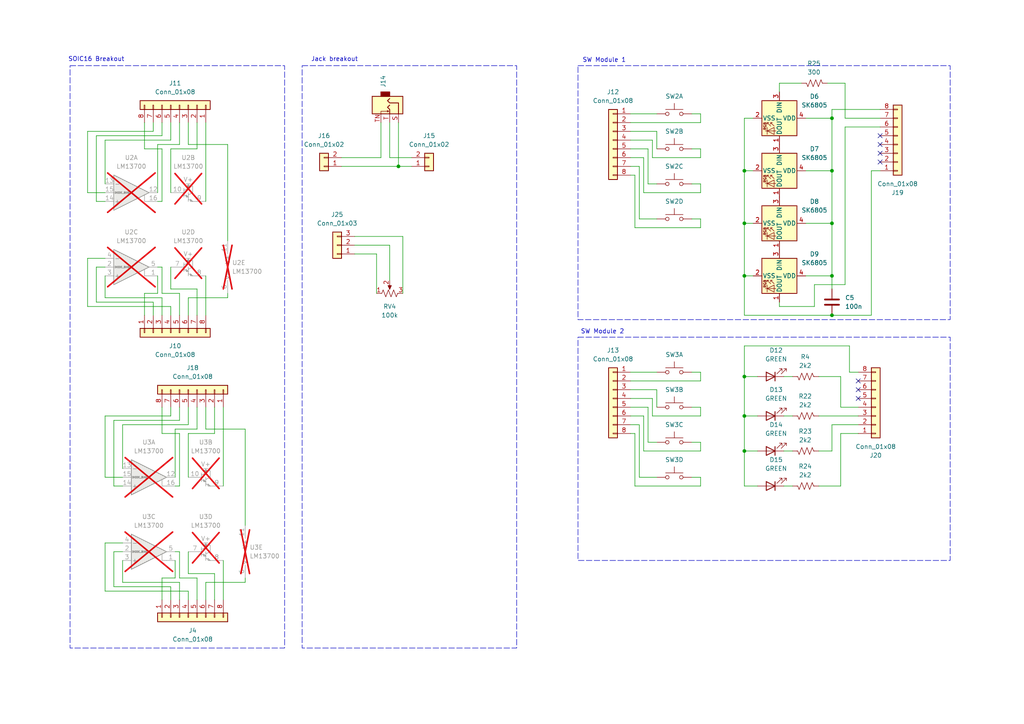
<source format=kicad_sch>
(kicad_sch (version 20231120) (generator "eeschema") (generator_version "8.0")
  (paper "A4")
  (title_block (title "Extra utility boards") (date "2024-08-24") (rev "v0.9") (company "idyllm") (comment 1 "CC BY-SA 4.0"))
  (lib_symbols
    (symbol "Adafruit_Trellis:SW_Push_x4" (pin_numbers hide) (pin_names (offset 1.016) hide)
      (property "Reference" "SW" (at 1.27 2.54 0))
      (symbol "SW_Push_x4_0_1"
        (circle (center -2.032 0) (radius 0.508))
        (polyline (pts (xy 0 1.27) (xy 0 3.048)))
        (polyline (pts (xy 2.54 1.27) (xy -2.54 1.27)))
        (circle (center 2.032 0) (radius 0.508))
      )
      (symbol "SW_Push_x4_1_1"
        (pin bidirectional line (at -5.08 0 0) (length 2.54) (name "1") (number "1"))
        (pin bidirectional line (at 5.08 0 180) (length 2.54) (name "2") (number "2"))
      )
      (symbol "SW_Push_x4_2_1"
        (pin bidirectional line (at -5.08 0 0) (length 2.54) (name "3") (number "3"))
        (pin bidirectional line (at 5.08 0 180) (length 2.54) (name "4") (number "4"))
      )
      (symbol "SW_Push_x4_3_1"
        (pin bidirectional line (at -5.08 0 0) (length 2.54) (name "5") (number "5"))
        (pin bidirectional line (at 5.08 0 180) (length 2.54) (name "6") (number "6"))
      )
      (symbol "SW_Push_x4_4_1"
        (pin bidirectional line (at -5.08 0 0) (length 2.54) (name "7") (number "7"))
        (pin bidirectional line (at 5.08 0 180) (length 2.54) (name "8") (number "8"))
      )
    )
    (symbol "Amplifier_Operational:LM13700" (pin_names (offset 0.127))
      (property "Reference" "U" (at 3.81 5.08 0))
      (property "Value" "LM13700" (at 5.08 -5.08 0))
      (symbol "LM13700_1_1"
        (polyline (pts (xy 3.81 -0.635) (xy 3.81 -2.54) (xy 5.08 -2.54)))
        (polyline (pts (xy 5.08 0) (xy -5.08 -5.08) (xy -5.08 5.08) (xy 5.08 0)) (stroke (width 0.254)) (fill (type background)))
        (pin output line (at 7.62 0 180) (length 2.54) (name "~") (number "12"))
        (pin input line (at -7.62 2.54 0) (length 2.54) (name "-") (number "13"))
        (pin input line (at -7.62 -2.54 0) (length 2.54) (name "+") (number "14"))
        (pin input line (at -7.62 0 0) (length 2.54) (name "DIODE_BIAS") (number "15"))
        (pin input line (at 7.62 -2.54 180) (length 2.54) (name "~") (number "16"))
      )
      (symbol "LM13700_2_0"
        (polyline (pts (xy -1.905 2.54) (xy -3.175 2.54)))
      )
      (symbol "LM13700_2_1"
        (circle (center -2.54 1.905) (radius 0.254) (stroke (width 0.254)) (fill (type outline)))
        (polyline (pts (xy -3.81 -0.635) (xy -2.54 -1.27)))
        (polyline (pts (xy -3.81 1.27) (xy -3.81 -1.27)))
        (polyline (pts (xy -2.54 -1.905) (xy -1.27 -2.54)))
        (polyline (pts (xy -2.54 0) (xy -2.54 -2.54)))
        (polyline (pts (xy -3.81 0.635) (xy -2.54 1.27) (xy -2.54 1.905) (xy -2.54 2.54)))
        (polyline (pts (xy -2.54 -1.27) (xy -3.175 -0.635) (xy -3.175 -1.27) (xy -2.54 -1.27)) (fill (type outline)))
        (polyline (pts (xy -2.54 -0.635) (xy -1.27 0) (xy -1.27 1.905) (xy -2.54 1.905)))
        (polyline (pts (xy -1.27 -2.54) (xy -1.905 -1.905) (xy -1.905 -2.54) (xy -1.27 -2.54)) (fill (type outline)))
        (text "V+" (at -2.54 3.81 0) (effects (font (size 1.27 1.27))))
        (pin input line (at -7.62 0 0) (length 3.81) (name "~") (number "10"))
        (pin output line (at 2.54 -2.54 180) (length 3.81) (name "~") (number "9"))
      )
      (symbol "LM13700_3_1"
        (polyline (pts (xy 3.81 -0.635) (xy 3.81 -2.54) (xy 5.08 -2.54)))
        (polyline (pts (xy 5.08 0) (xy -5.08 -5.08) (xy -5.08 5.08) (xy 5.08 0)) (stroke (width 0.254)) (fill (type background)))
        (pin input line (at 7.62 -2.54 180) (length 2.54) (name "~") (number "1"))
        (pin input line (at -7.62 0 0) (length 2.54) (name "DIODE_BIAS") (number "2"))
        (pin input line (at -7.62 -2.54 0) (length 2.54) (name "+") (number "3"))
        (pin input line (at -7.62 2.54 0) (length 2.54) (name "-") (number "4"))
        (pin output line (at 7.62 0 180) (length 2.54) (name "~") (number "5"))
      )
      (symbol "LM13700_4_0"
        (polyline (pts (xy -3.175 2.54) (xy -1.905 2.54)))
        (text "V+" (at -2.54 3.81 0) (effects (font (size 1.27 1.27))))
      )
      (symbol "LM13700_4_1"
        (circle (center -2.54 1.905) (radius 0.254) (stroke (width 0.254)) (fill (type outline)))
        (polyline (pts (xy -3.81 -0.635) (xy -2.54 -1.27)))
        (polyline (pts (xy -3.81 1.27) (xy -3.81 -1.27)))
        (polyline (pts (xy -2.54 -1.905) (xy -1.27 -2.54)))
        (polyline (pts (xy -2.54 0) (xy -2.54 -2.54)))
        (polyline (pts (xy -3.81 0.635) (xy -2.54 1.27) (xy -2.54 2.54)))
        (polyline (pts (xy -2.54 -1.27) (xy -3.175 -0.635) (xy -3.175 -1.27) (xy -2.54 -1.27)) (fill (type outline)))
        (polyline (pts (xy -2.54 -0.635) (xy -1.27 0) (xy -1.27 1.905) (xy -2.54 1.905)))
        (polyline (pts (xy -1.27 -2.54) (xy -1.905 -1.905) (xy -1.905 -2.54) (xy -1.27 -2.54)) (fill (type outline)))
        (pin input line (at -7.62 0 0) (length 3.81) (name "~") (number "7"))
        (pin output line (at 2.54 -2.54 180) (length 3.81) (name "~") (number "8"))
      )
      (symbol "LM13700_5_1"
        (pin power_in line (at -2.54 7.62 270) (length 3.81) (name "V+") (number "11"))
        (pin power_in line (at -2.54 -7.62 90) (length 3.81) (name "V-") (number "6"))
      )
    )
    (symbol "Connector_Audio:AudioJack2_SwitchT"
      (property "Reference" "J" (at 0 8.89 0))
      (property "Value" "AudioJack2_SwitchT" (at 0 6.35 0))
      (symbol "AudioJack2_SwitchT_0_1"
        (rectangle (start -2.54 0) (end -3.81 -2.54) (stroke (width 0.254)) (fill (type outline)))
        (polyline (pts (xy 1.778 -0.254) (xy 2.032 -0.762)))
        (polyline (pts (xy 0 0) (xy 0.635 -0.635) (xy 1.27 0) (xy 2.54 0)) (stroke (width 0.254)))
        (polyline (pts (xy 2.54 -2.54) (xy 1.778 -2.54) (xy 1.778 -0.254) (xy 1.524 -0.762)))
        (polyline (pts (xy 2.54 2.54) (xy -0.635 2.54) (xy -0.635 0) (xy -1.27 -0.635) (xy -1.905 0)) (stroke (width 0.254)))
        (rectangle (start 2.54 3.81) (end -2.54 -5.08) (stroke (width 0.254)) (fill (type background)))
      )
      (symbol "AudioJack2_SwitchT_1_1"
        (pin passive line (at 5.08 2.54 180) (length 2.54) (name "~") (number "S"))
        (pin passive line (at 5.08 0 180) (length 2.54) (name "~") (number "T"))
        (pin passive line (at 5.08 -2.54 180) (length 2.54) (name "~") (number "TN"))
      )
    )
    (symbol "Connector_Generic:Conn_01x02" (pin_names (offset 1.016) hide)
      (property "Reference" "J" (at 0 2.54 0))
      (property "Value" "Conn_01x02" (at 0 -5.08 0))
      (symbol "Conn_01x02_1_1"
        (rectangle (start -1.27 -2.413) (end 0 -2.667) (stroke (width 0.1524)))
        (rectangle (start -1.27 0.127) (end 0 -0.127) (stroke (width 0.1524)))
        (rectangle (start -1.27 1.27) (end 1.27 -3.81) (stroke (width 0.254)) (fill (type background)))
        (pin passive line (at -5.08 0 0) (length 3.81) (name "Pin_1") (number "1"))
        (pin passive line (at -5.08 -2.54 0) (length 3.81) (name "Pin_2") (number "2"))
      )
    )
    (symbol "Connector_Generic:Conn_01x03" (pin_names (offset 1.016) hide)
      (property "Reference" "J" (at 0 5.08 0))
      (property "Value" "Conn_01x03" (at 0 -5.08 0))
      (symbol "Conn_01x03_1_1"
        (rectangle (start -1.27 -2.413) (end 0 -2.667) (stroke (width 0.1524)))
        (rectangle (start -1.27 0.127) (end 0 -0.127) (stroke (width 0.1524)))
        (rectangle (start -1.27 2.667) (end 0 2.413) (stroke (width 0.1524)))
        (rectangle (start -1.27 3.81) (end 1.27 -3.81) (stroke (width 0.254)) (fill (type background)))
        (pin passive line (at -5.08 2.54 0) (length 3.81) (name "Pin_1") (number "1"))
        (pin passive line (at -5.08 0 0) (length 3.81) (name "Pin_2") (number "2"))
        (pin passive line (at -5.08 -2.54 0) (length 3.81) (name "Pin_3") (number "3"))
      )
    )
    (symbol "Connector_Generic:Conn_01x08" (pin_names (offset 1.016) hide)
      (property "Reference" "J" (at 0 10.16 0))
      (property "Value" "Conn_01x08" (at 0 -12.7 0))
      (symbol "Conn_01x08_1_1"
        (rectangle (start -1.27 -10.033) (end 0 -10.287) (stroke (width 0.1524)))
        (rectangle (start -1.27 -7.493) (end 0 -7.747) (stroke (width 0.1524)))
        (rectangle (start -1.27 -4.953) (end 0 -5.207) (stroke (width 0.1524)))
        (rectangle (start -1.27 -2.413) (end 0 -2.667) (stroke (width 0.1524)))
        (rectangle (start -1.27 0.127) (end 0 -0.127) (stroke (width 0.1524)))
        (rectangle (start -1.27 2.667) (end 0 2.413) (stroke (width 0.1524)))
        (rectangle (start -1.27 5.207) (end 0 4.953) (stroke (width 0.1524)))
        (rectangle (start -1.27 7.747) (end 0 7.493) (stroke (width 0.1524)))
        (rectangle (start -1.27 8.89) (end 1.27 -11.43) (stroke (width 0.254)) (fill (type background)))
        (pin passive line (at -5.08 7.62 0) (length 3.81) (name "Pin_1") (number "1"))
        (pin passive line (at -5.08 5.08 0) (length 3.81) (name "Pin_2") (number "2"))
        (pin passive line (at -5.08 2.54 0) (length 3.81) (name "Pin_3") (number "3"))
        (pin passive line (at -5.08 0 0) (length 3.81) (name "Pin_4") (number "4"))
        (pin passive line (at -5.08 -2.54 0) (length 3.81) (name "Pin_5") (number "5"))
        (pin passive line (at -5.08 -5.08 0) (length 3.81) (name "Pin_6") (number "6"))
        (pin passive line (at -5.08 -7.62 0) (length 3.81) (name "Pin_7") (number "7"))
        (pin passive line (at -5.08 -10.16 0) (length 3.81) (name "Pin_8") (number "8"))
      )
    )
    (symbol "Device:C" (pin_numbers hide) (pin_names (offset 0.254))
      (property "Reference" "C" (at 0.635 2.54 0))
      (property "Value" "C" (at 0.635 -2.54 0))
      (symbol "C_0_1"
        (polyline (pts (xy -2.032 -0.762) (xy 2.032 -0.762)) (stroke (width 0.508)))
        (polyline (pts (xy -2.032 0.762) (xy 2.032 0.762)) (stroke (width 0.508)))
      )
      (symbol "C_1_1"
        (pin passive line (at 0 3.81 270) (length 2.794) (name "~") (number "1"))
        (pin passive line (at 0 -3.81 90) (length 2.794) (name "~") (number "2"))
      )
    )
    (symbol "Device:LED" (pin_numbers hide) (pin_names (offset 1.016) hide)
      (property "Reference" "D" (at 0 2.54 0))
      (property "Value" "LED" (at 0 -2.54 0))
      (symbol "LED_0_1"
        (polyline (pts (xy -1.27 -1.27) (xy -1.27 1.27)) (stroke (width 0.254)))
        (polyline (pts (xy -1.27 0) (xy 1.27 0)))
        (polyline (pts (xy 1.27 -1.27) (xy 1.27 1.27) (xy -1.27 0) (xy 1.27 -1.27)) (stroke (width 0.254)))
        (polyline (pts (xy -3.048 -0.762) (xy -4.572 -2.286) (xy -3.81 -2.286) (xy -4.572 -2.286) (xy -4.572 -1.524)))
        (polyline (pts (xy -1.778 -0.762) (xy -3.302 -2.286) (xy -2.54 -2.286) (xy -3.302 -2.286) (xy -3.302 -1.524)))
      )
      (symbol "LED_1_1"
        (pin passive line (at -3.81 0 0) (length 2.54) (name "K") (number "1"))
        (pin passive line (at 3.81 0 180) (length 2.54) (name "A") (number "2"))
      )
    )
    (symbol "Device:R_Potentiometer_US" (pin_names (offset 1.016) hide)
      (property "Reference" "RV" (at -4.445 0 90))
      (property "Value" "R_Potentiometer_US" (at -2.54 0 90))
      (symbol "R_Potentiometer_US_0_1"
        (polyline (pts (xy 0 -2.286) (xy 0 -2.54)))
        (polyline (pts (xy 0 2.54) (xy 0 2.286)))
        (polyline (pts (xy 2.54 0) (xy 1.524 0)))
        (polyline (pts (xy 1.143 0) (xy 2.286 0.508) (xy 2.286 -0.508) (xy 1.143 0)) (fill (type outline)))
        (polyline (pts (xy 0 -0.762) (xy 1.016 -1.143) (xy 0 -1.524) (xy -1.016 -1.905) (xy 0 -2.286)))
        (polyline (pts (xy 0 0.762) (xy 1.016 0.381) (xy 0 0) (xy -1.016 -0.381) (xy 0 -0.762)))
        (polyline (pts (xy 0 2.286) (xy 1.016 1.905) (xy 0 1.524) (xy -1.016 1.143) (xy 0 0.762)))
      )
      (symbol "R_Potentiometer_US_1_1"
        (pin passive line (at 0 3.81 270) (length 1.27) (name "1") (number "1"))
        (pin passive line (at 3.81 0 180) (length 1.27) (name "2") (number "2"))
        (pin passive line (at 0 -3.81 90) (length 1.27) (name "3") (number "3"))
      )
    )
    (symbol "Device:R_US" (pin_numbers hide) (pin_names (offset 0))
      (property "Reference" "R" (at 2.54 0 90))
      (property "Value" "R_US" (at -2.54 0 90))
      (symbol "R_US_0_1"
        (polyline (pts (xy 0 -2.286) (xy 0 -2.54)))
        (polyline (pts (xy 0 2.286) (xy 0 2.54)))
        (polyline (pts (xy 0 -0.762) (xy 1.016 -1.143) (xy 0 -1.524) (xy -1.016 -1.905) (xy 0 -2.286)))
        (polyline (pts (xy 0 0.762) (xy 1.016 0.381) (xy 0 0) (xy -1.016 -0.381) (xy 0 -0.762)))
        (polyline (pts (xy 0 2.286) (xy 1.016 1.905) (xy 0 1.524) (xy -1.016 1.143) (xy 0 0.762)))
      )
      (symbol "R_US_1_1"
        (pin passive line (at 0 3.81 270) (length 1.27) (name "~") (number "1"))
        (pin passive line (at 0 -3.81 90) (length 1.27) (name "~") (number "2"))
      )
    )
    (symbol "LED:SK6805" (pin_names (offset 0.254))
      (property "Reference" "D" (at 5.08 5.715 0))
      (property "Value" "SK6805" (at 1.27 -5.715 0))
      (symbol "SK6805_0_0"
        (text "RGB" (at 2.286 -4.191 0) (effects (font (size 0.762 0.762))))
      )
      (symbol "SK6805_0_1"
        (polyline (pts (xy 1.27 -3.556) (xy 1.778 -3.556)))
        (polyline (pts (xy 1.27 -2.54) (xy 1.778 -2.54)))
        (polyline (pts (xy 4.699 -3.556) (xy 2.667 -3.556)))
        (polyline (pts (xy 2.286 -2.54) (xy 1.27 -3.556) (xy 1.27 -3.048)))
        (polyline (pts (xy 2.286 -1.524) (xy 1.27 -2.54) (xy 1.27 -2.032)))
        (polyline (pts (xy 3.683 -1.016) (xy 3.683 -3.556) (xy 3.683 -4.064)))
        (polyline (pts (xy 4.699 -1.524) (xy 2.667 -1.524) (xy 3.683 -3.556) (xy 4.699 -1.524)))
        (rectangle (start 5.08 5.08) (end -5.08 -5.08) (stroke (width 0.254)) (fill (type background)))
      )
      (symbol "SK6805_1_1"
        (pin output line (at 7.62 0 180) (length 2.54) (name "DOUT") (number "1"))
        (pin power_in line (at 0 -7.62 90) (length 2.54) (name "VSS") (number "2"))
        (pin input line (at -7.62 0 0) (length 2.54) (name "DIN") (number "3"))
        (pin power_in line (at 0 7.62 270) (length 2.54) (name "VDD") (number "4"))
      )
    )
  )
  (junction (at 241.3 34.29))
  (junction (at 241.3 80.01))
  (junction (at 241.3 49.53))
  (junction (at 115.57 48.26))
  (junction (at 215.9 130.81))
  (junction (at 215.9 80.01))
  (junction (at 215.9 120.65))
  (junction (at 215.9 49.53))
  (junction (at 215.9 64.77))
  (junction (at 241.3 91.44))
  (junction (at 241.3 64.77))
  (junction (at 215.9 109.22))
  (no_connect (at 248.92 113.03))
  (no_connect (at 255.27 39.37))
  (no_connect (at 255.27 46.99))
  (no_connect (at 248.92 110.49))
  (no_connect (at 248.92 115.57))
  (no_connect (at 255.27 44.45))
  (no_connect (at 255.27 41.91))
  (wire (pts (xy 215.9 34.29) (xy 215.9 49.53)))
  (wire (pts (xy 203.2 63.5) (xy 200.66 63.5)))
  (wire (pts (xy 49.53 43.18) (xy 49.53 55.88)))
  (wire (pts (xy 46.99 77.47) (xy 45.72 77.47)))
  (wire (pts (xy 41.91 91.44) (xy 41.91 85.09)))
  (wire (pts (xy 232.41 24.13) (xy 226.06 24.13)))
  (wire (pts (xy 236.22 88.9) (xy 236.22 82.55)))
  (wire (pts (xy 182.88 35.56) (xy 203.2 35.56)))
  (wire (pts (xy 186.69 130.81) (xy 203.2 130.81)))
  (wire (pts (xy 52.07 168.91) (xy 52.07 173.99)))
  (wire (pts (xy 59.69 124.46) (xy 59.69 118.11)))
  (wire (pts (xy 54.61 171.45) (xy 30.48 171.45)))
  (wire (pts (xy 184.15 140.97) (xy 203.2 140.97)))
  (wire (pts (xy 54.61 125.73) (xy 54.61 138.43)))
  (wire (pts (xy 46.99 58.42) (xy 46.99 43.18)))
  (wire (pts (xy 35.56 168.91) (xy 52.07 168.91)))
  (wire (pts (xy 30.48 80.01) (xy 30.48 86.36)))
  (wire (pts (xy 215.9 64.77) (xy 215.9 80.01)))
  (wire (pts (xy 113.03 45.72) (xy 119.38 45.72)))
  (wire (pts (xy 30.48 58.42) (xy 27.94 58.42)))
  (wire (pts (xy 54.61 166.37) (xy 54.61 160.02)))
  (wire (pts (xy 49.53 170.18) (xy 33.02 170.18)))
  (wire (pts (xy 245.11 82.55) (xy 245.11 36.83)))
  (wire (pts (xy 41.91 85.09) (xy 45.72 85.09)))
  (wire (pts (xy 57.15 118.11) (xy 57.15 124.46)))
  (wire (pts (xy 185.42 123.19) (xy 185.42 138.43)))
  (wire (pts (xy 203.2 118.11) (xy 200.66 118.11)))
  (wire (pts (xy 30.48 138.43) (xy 35.56 138.43)))
  (wire (pts (xy 54.61 41.91) (xy 54.61 35.56)))
  (wire (pts (xy 27.94 58.42) (xy 27.94 39.37)))
  (wire (pts (xy 182.88 45.72) (xy 186.69 45.72)))
  (wire (pts (xy 49.53 120.65) (xy 30.48 120.65)))
  (wire (pts (xy 57.15 35.56) (xy 57.15 43.18)))
  (wire (pts (xy 233.68 49.53) (xy 241.3 49.53)))
  (wire (pts (xy 46.99 125.73) (xy 46.99 118.11)))
  (wire (pts (xy 203.2 43.18) (xy 200.66 43.18)))
  (wire (pts (xy 241.3 64.77) (xy 241.3 80.01)))
  (wire (pts (xy 215.9 120.65) (xy 215.9 109.22)))
  (wire (pts (xy 44.45 87.63) (xy 27.94 87.63)))
  (wire (pts (xy 182.88 123.19) (xy 185.42 123.19)))
  (wire (pts (xy 50.8 124.46) (xy 50.8 138.43)))
  (wire (pts (xy 46.99 43.18) (xy 41.91 43.18)))
  (wire (pts (xy 184.15 125.73) (xy 184.15 140.97)))
  (wire (pts (xy 182.88 40.64) (xy 189.23 40.64)))
  (wire (pts (xy 52.07 125.73) (xy 46.99 125.73)))
  (wire (pts (xy 243.84 118.11) (xy 248.92 118.11)))
  (wire (pts (xy 54.61 123.19) (xy 35.56 123.19)))
  (wire (pts (xy 62.23 118.11) (xy 62.23 125.73)))
  (wire (pts (xy 189.23 40.64) (xy 189.23 45.72)))
  (wire (pts (xy 54.61 86.36) (xy 66.04 86.36)))
  (wire (pts (xy 218.44 34.29) (xy 215.9 34.29)))
  (wire (pts (xy 203.2 138.43) (xy 200.66 138.43)))
  (wire (pts (xy 45.72 58.42) (xy 46.99 58.42)))
  (wire (pts (xy 246.38 100.33) (xy 215.9 100.33)))
  (wire (pts (xy 203.2 107.95) (xy 200.66 107.95)))
  (wire (pts (xy 182.88 125.73) (xy 184.15 125.73)))
  (wire (pts (xy 203.2 128.27) (xy 200.66 128.27)))
  (wire (pts (xy 215.9 130.81) (xy 215.9 120.65)))
  (wire (pts (xy 215.9 100.33) (xy 215.9 109.22)))
  (wire (pts (xy 233.68 64.77) (xy 241.3 64.77)))
  (wire (pts (xy 243.84 109.22) (xy 243.84 118.11)))
  (wire (pts (xy 33.02 121.92) (xy 52.07 121.92)))
  (wire (pts (xy 52.07 160.02) (xy 50.8 160.02)))
  (wire (pts (xy 46.99 167.64) (xy 50.8 167.64)))
  (wire (pts (xy 71.12 152.4) (xy 71.12 124.46)))
  (wire (pts (xy 35.56 140.97) (xy 33.02 140.97)))
  (wire (pts (xy 186.69 55.88) (xy 203.2 55.88)))
  (wire (pts (xy 46.99 85.09) (xy 46.99 77.47)))
  (wire (pts (xy 49.53 35.56) (xy 49.53 40.64)))
  (wire (pts (xy 189.23 115.57) (xy 189.23 120.65)))
  (wire (pts (xy 57.15 173.99) (xy 57.15 167.64)))
  (wire (pts (xy 241.3 80.01) (xy 241.3 83.82)))
  (wire (pts (xy 54.61 118.11) (xy 54.61 123.19)))
  (wire (pts (xy 35.56 162.56) (xy 35.56 168.91)))
  (wire (pts (xy 203.2 120.65) (xy 203.2 118.11)))
  (wire (pts (xy 25.4 55.88) (xy 30.48 55.88)))
  (wire (pts (xy 226.06 88.9) (xy 236.22 88.9)))
  (wire (pts (xy 241.3 130.81) (xy 237.49 130.81)))
  (wire (pts (xy 30.48 171.45) (xy 30.48 157.48)))
  (wire (pts (xy 49.53 173.99) (xy 49.53 170.18)))
  (wire (pts (xy 203.2 110.49) (xy 203.2 107.95)))
  (wire (pts (xy 64.77 118.11) (xy 64.77 140.97)))
  (wire (pts (xy 185.42 63.5) (xy 190.5 63.5)))
  (wire (pts (xy 59.69 80.01) (xy 59.69 91.44)))
  (wire (pts (xy 35.56 123.19) (xy 35.56 135.89)))
  (wire (pts (xy 203.2 55.88) (xy 203.2 53.34)))
  (wire (pts (xy 33.02 160.02) (xy 35.56 160.02)))
  (wire (pts (xy 215.9 91.44) (xy 215.9 80.01)))
  (wire (pts (xy 66.04 41.91) (xy 54.61 41.91)))
  (wire (pts (xy 52.07 121.92) (xy 52.07 118.11)))
  (wire (pts (xy 44.45 35.56) (xy 44.45 38.1)))
  (wire (pts (xy 184.15 50.8) (xy 184.15 66.04)))
  (wire (pts (xy 229.87 109.22) (xy 227.33 109.22)))
  (wire (pts (xy 248.92 107.95) (xy 246.38 107.95)))
  (wire (pts (xy 52.07 167.64) (xy 52.07 160.02)))
  (wire (pts (xy 203.2 130.81) (xy 203.2 128.27)))
  (wire (pts (xy 27.94 87.63) (xy 27.94 77.47)))
  (wire (pts (xy 54.61 91.44) (xy 54.61 86.36)))
  (wire (pts (xy 215.9 109.22) (xy 219.71 109.22)))
  (wire (pts (xy 44.45 91.44) (xy 44.45 87.63)))
  (wire (pts (xy 255.27 31.75) (xy 241.3 31.75)))
  (wire (pts (xy 248.92 123.19) (xy 241.3 123.19)))
  (wire (pts (xy 215.9 80.01) (xy 218.44 80.01)))
  (wire (pts (xy 49.53 118.11) (xy 49.53 120.65)))
  (wire (pts (xy 203.2 45.72) (xy 203.2 43.18)))
  (wire (pts (xy 241.3 123.19) (xy 241.3 130.81)))
  (wire (pts (xy 25.4 88.9) (xy 25.4 74.93)))
  (wire (pts (xy 203.2 53.34) (xy 200.66 53.34)))
  (wire (pts (xy 49.53 83.82) (xy 49.53 77.47)))
  (wire (pts (xy 71.12 168.91) (xy 71.12 167.64)))
  (wire (pts (xy 30.48 40.64) (xy 30.48 53.34)))
  (wire (pts (xy 229.87 130.81) (xy 227.33 130.81)))
  (wire (pts (xy 215.9 64.77) (xy 218.44 64.77)))
  (wire (pts (xy 115.57 35.56) (xy 115.57 48.26)))
  (wire (pts (xy 46.99 39.37) (xy 46.99 35.56)))
  (wire (pts (xy 110.49 45.72) (xy 99.06 45.72)))
  (wire (pts (xy 187.96 43.18) (xy 187.96 53.34)))
  (wire (pts (xy 49.53 91.44) (xy 49.53 88.9)))
  (wire (pts (xy 241.3 49.53) (xy 241.3 64.77)))
  (wire (pts (xy 110.49 35.56) (xy 110.49 45.72)))
  (wire (pts (xy 59.69 35.56) (xy 59.69 58.42)))
  (wire (pts (xy 252.73 91.44) (xy 241.3 91.44)))
  (wire (pts (xy 62.23 173.99) (xy 62.23 166.37)))
  (wire (pts (xy 102.87 68.58) (xy 116.84 68.58)))
  (wire (pts (xy 185.42 48.26) (xy 185.42 63.5)))
  (wire (pts (xy 182.88 50.8) (xy 184.15 50.8)))
  (wire (pts (xy 255.27 34.29) (xy 245.11 34.29)))
  (wire (pts (xy 243.84 140.97) (xy 243.84 125.73)))
  (wire (pts (xy 52.07 85.09) (xy 46.99 85.09)))
  (wire (pts (xy 27.94 39.37) (xy 46.99 39.37)))
  (wire (pts (xy 52.07 41.91) (xy 45.72 41.91)))
  (wire (pts (xy 182.88 33.02) (xy 190.5 33.02)))
  (wire (pts (xy 62.23 166.37) (xy 54.61 166.37)))
  (wire (pts (xy 50.8 140.97) (xy 52.07 140.97)))
  (wire (pts (xy 46.99 173.99) (xy 46.99 167.64)))
  (wire (pts (xy 252.73 49.53) (xy 252.73 91.44)))
  (wire (pts (xy 182.88 113.03) (xy 190.5 113.03)))
  (wire (pts (xy 215.9 120.65) (xy 219.71 120.65)))
  (wire (pts (xy 190.5 113.03) (xy 190.5 118.11)))
  (wire (pts (xy 241.3 31.75) (xy 241.3 34.29)))
  (wire (pts (xy 229.87 140.97) (xy 227.33 140.97)))
  (wire (pts (xy 33.02 170.18) (xy 33.02 160.02)))
  (wire (pts (xy 246.38 107.95) (xy 246.38 100.33)))
  (wire (pts (xy 66.04 86.36) (xy 66.04 85.09)))
  (wire (pts (xy 187.96 118.11) (xy 187.96 128.27)))
  (wire (pts (xy 186.69 45.72) (xy 186.69 55.88)))
  (wire (pts (xy 50.8 167.64) (xy 50.8 162.56)))
  (wire (pts (xy 71.12 124.46) (xy 59.69 124.46)))
  (wire (pts (xy 33.02 140.97) (xy 33.02 121.92)))
  (wire (pts (xy 237.49 120.65) (xy 248.92 120.65)))
  (wire (pts (xy 236.22 82.55) (xy 245.11 82.55)))
  (wire (pts (xy 185.42 138.43) (xy 190.5 138.43)))
  (wire (pts (xy 115.57 48.26) (xy 119.38 48.26)))
  (wire (pts (xy 113.03 71.12) (xy 102.87 71.12)))
  (wire (pts (xy 52.07 91.44) (xy 52.07 85.09)))
  (wire (pts (xy 59.69 173.99) (xy 59.69 168.91)))
  (wire (pts (xy 57.15 43.18) (xy 49.53 43.18)))
  (wire (pts (xy 241.3 34.29) (xy 241.3 49.53)))
  (wire (pts (xy 229.87 120.65) (xy 227.33 120.65)))
  (wire (pts (xy 66.04 69.85) (xy 66.04 41.91)))
  (wire (pts (xy 116.84 85.09) (xy 116.84 68.58)))
  (wire (pts (xy 184.15 66.04) (xy 203.2 66.04)))
  (wire (pts (xy 190.5 38.1) (xy 190.5 43.18)))
  (wire (pts (xy 30.48 120.65) (xy 30.48 138.43)))
  (wire (pts (xy 25.4 74.93) (xy 30.48 74.93)))
  (wire (pts (xy 241.3 34.29) (xy 233.68 34.29)))
  (wire (pts (xy 237.49 109.22) (xy 243.84 109.22)))
  (wire (pts (xy 41.91 43.18) (xy 41.91 35.56)))
  (wire (pts (xy 182.88 110.49) (xy 203.2 110.49)))
  (wire (pts (xy 30.48 157.48) (xy 35.56 157.48)))
  (wire (pts (xy 226.06 87.63) (xy 226.06 88.9)))
  (wire (pts (xy 54.61 173.99) (xy 54.61 171.45)))
  (wire (pts (xy 243.84 125.73) (xy 248.92 125.73)))
  (wire (pts (xy 182.88 48.26) (xy 185.42 48.26)))
  (wire (pts (xy 182.88 118.11) (xy 187.96 118.11)))
  (wire (pts (xy 57.15 83.82) (xy 49.53 83.82)))
  (wire (pts (xy 57.15 124.46) (xy 50.8 124.46)))
  (wire (pts (xy 109.22 73.66) (xy 102.87 73.66)))
  (wire (pts (xy 186.69 120.65) (xy 186.69 130.81)))
  (wire (pts (xy 44.45 38.1) (xy 25.4 38.1)))
  (wire (pts (xy 27.94 77.47) (xy 30.48 77.47)))
  (wire (pts (xy 215.9 130.81) (xy 219.71 130.81)))
  (wire (pts (xy 182.88 115.57) (xy 189.23 115.57)))
  (wire (pts (xy 62.23 125.73) (xy 54.61 125.73)))
  (wire (pts (xy 45.72 41.91) (xy 45.72 55.88)))
  (wire (pts (xy 57.15 91.44) (xy 57.15 83.82)))
  (wire (pts (xy 49.53 40.64) (xy 30.48 40.64)))
  (wire (pts (xy 182.88 107.95) (xy 190.5 107.95)))
  (wire (pts (xy 30.48 86.36) (xy 46.99 86.36)))
  (wire (pts (xy 245.11 24.13) (xy 240.03 24.13)))
  (wire (pts (xy 182.88 38.1) (xy 190.5 38.1)))
  (wire (pts (xy 189.23 45.72) (xy 203.2 45.72)))
  (wire (pts (xy 215.9 49.53) (xy 215.9 64.77)))
  (wire (pts (xy 241.3 91.44) (xy 215.9 91.44)))
  (wire (pts (xy 113.03 71.12) (xy 113.03 81.28)))
  (wire (pts (xy 203.2 66.04) (xy 203.2 63.5)))
  (wire (pts (xy 203.2 35.56) (xy 203.2 33.02)))
  (wire (pts (xy 233.68 80.01) (xy 241.3 80.01)))
  (wire (pts (xy 46.99 86.36) (xy 46.99 91.44)))
  (wire (pts (xy 64.77 162.56) (xy 64.77 173.99)))
  (wire (pts (xy 203.2 140.97) (xy 203.2 138.43)))
  (wire (pts (xy 203.2 33.02) (xy 200.66 33.02)))
  (wire (pts (xy 59.69 168.91) (xy 71.12 168.91)))
  (wire (pts (xy 109.22 73.66) (xy 109.22 85.09)))
  (wire (pts (xy 219.71 140.97) (xy 215.9 140.97)))
  (wire (pts (xy 215.9 49.53) (xy 218.44 49.53)))
  (wire (pts (xy 52.07 140.97) (xy 52.07 125.73)))
  (wire (pts (xy 52.07 35.56) (xy 52.07 41.91)))
  (wire (pts (xy 187.96 53.34) (xy 190.5 53.34)))
  (wire (pts (xy 226.06 24.13) (xy 226.06 26.67)))
  (wire (pts (xy 25.4 38.1) (xy 25.4 55.88)))
  (wire (pts (xy 99.06 48.26) (xy 115.57 48.26)))
  (wire (pts (xy 57.15 167.64) (xy 52.07 167.64)))
  (wire (pts (xy 245.11 34.29) (xy 245.11 24.13)))
  (wire (pts (xy 182.88 120.65) (xy 186.69 120.65)))
  (wire (pts (xy 245.11 36.83) (xy 255.27 36.83)))
  (wire (pts (xy 49.53 88.9) (xy 25.4 88.9)))
  (wire (pts (xy 45.72 85.09) (xy 45.72 80.01)))
  (wire (pts (xy 237.49 140.97) (xy 243.84 140.97)))
  (wire (pts (xy 215.9 140.97) (xy 215.9 130.81)))
  (wire (pts (xy 189.23 120.65) (xy 203.2 120.65)))
  (wire (pts (xy 182.88 43.18) (xy 187.96 43.18)))
  (wire (pts (xy 187.96 128.27) (xy 190.5 128.27)))
  (wire (pts (xy 113.03 35.56) (xy 113.03 45.72)))
  (wire (pts (xy 255.27 49.53) (xy 252.73 49.53)))
  (rectangle (start 167.64 19.05) (end 275.59 92.71) (stroke (width 0) (type dash)))
  (rectangle (start 87.63 19.05) (end 149.86 187.96) (stroke (width 0) (type dash)))
  (rectangle (start 167.64 97.79) (end 275.59 162.56) (stroke (width 0) (type dash)))
  (rectangle (start 20.32 19.05) (end 82.55 187.96) (stroke (width 0) (type dash)))
  (text "Jack breakout" (at 97.028 17.272 0) (effects (font (size 1.27 1.27))))
  (text "SW Module 1" (at 175.26 17.526 0) (effects (font (size 1.27 1.27))))
  (text "SW Module 2" (at 174.752 96.266 0) (effects (font (size 1.27 1.27))))
  (text "SOIC16 Breakout" (at 27.94 17.272 0) (effects (font (size 1.27 1.27))))
  (symbol (lib_id "LED:SK6805") (at 226.06 80.01 270) (unit 1)
    (property "Reference" "D9" (at 236.22 73.6914 90))
    (property "Value" "SK6805" (at 236.22 76.2314 90))
    (property "Footprint" "LED_SMD:LED_SK6805_PLCC4_2.4x2.7mm_P1.3mm" (effects (hide yes)))
    (property "Datasheet" "https://cdn-shop.adafruit.com/product-files/3484/3484_Datasheet.pdf" (effects (hide yes)))
    (property "Description" "RGB LED with integrated controller" (effects (hide yes)))
  )
  (symbol (lib_id "Adafruit_Trellis:SW_Push_x4") (at 195.58 63.5 0) (mirror y) (unit 4)
    (property "Reference" "SW2" (at 195.58 58.42 0))
    (property "Value" "SW_Push_x4" (effects (hide yes)))
    (property "Footprint" "Adafruit_Trellis:SW_Silicone_Keypad_PushButton_10mm_4x1grid_NH" (effects (hide yes)))
    (property "Description" "Push button switch, generic, two pins" (effects (hide yes)))
  )
  (symbol (lib_id "Device:R_Potentiometer_US") (at 113.03 85.09 90) (unit 1)
    (property "Reference" "RV4" (at 113.03 88.9 90))
    (property "Value" "100k" (at 113.03 91.44 90))
    (property "Footprint" "Potentiometer_THT:Potentiometer_Bourns_PTV09A-1_Single_Vertical" (effects (hide yes)))
    (property "Description" "Potentiometer, US symbol" (effects (hide yes)))
  )
  (symbol (lib_id "Connector_Audio:AudioJack2_SwitchT") (at 113.03 30.48 270) (unit 1)
    (property "Reference" "J14" (at 111.1249 25.4 0) (effects (justify right)))
    (property "Value" "AudioJack2_SwitchT" (effects (hide yes)))
    (property "Footprint" "Audio_Jacks:Jack_3.5mm_QingPu_WQP-PJ301M-12_Vertical" (effects (hide yes)))
    (property "Description" "Audio Jack, 2 Poles (Mono / TS), Switched T Pole (Normalling)" (effects (hide yes)))
  )
  (symbol (lib_id "Amplifier_Operational:LM13700") (at 38.1 55.88 0) (unit 1) (dnp yes)
    (property "Reference" "U2" (at 38.1 45.72 0))
    (property "Value" "LM13700" (at 38.1 48.26 0))
    (property "Footprint" "Package_SO:SOIC-16_3.9x9.9mm_P1.27mm" (effects (hide yes)))
    (property "Datasheet" "http://www.ti.com/lit/ds/symlink/lm13700.pdf" (effects (hide yes)))
    (property "Description" "Dual Operational Transconductance Amplifiers with Linearizing Diodes and Buffers, DIP-16/SOIC-16" (effects (hide yes)))
  )
  (symbol (lib_id "Connector_Generic:Conn_01x08") (at 54.61 179.07 90) (mirror x) (unit 1)
    (property "Reference" "J4" (at 55.88 182.88 90))
    (property "Value" "Conn_01x08" (at 55.88 185.42 90))
    (property "Footprint" "Connector_PinHeader_2.54mm:PinHeader_1x08_P2.54mm_Vertical" (effects (hide yes)))
    (property "Description" "Generic connector, single row, 01x08, script generated (kicad-library-utils/schlib/autogen/connector/)" (effects (hide yes)))
  )
  (symbol (lib_id "Device:R_US") (at 233.68 120.65 270) (mirror x) (unit 1)
    (property "Reference" "R22" (at 233.553 114.935 90))
    (property "Value" "2k2" (at 233.553 117.475 90))
    (property "Footprint" "Resistor_THT:R_Axial_DIN0204_L3.6mm_D1.6mm_P2.54mm_Vertical" (effects (hide yes)))
    (property "Description" "Resistor, US symbol" (effects (hide yes)))
  )
  (symbol (lib_id "Amplifier_Operational:LM13700") (at 43.18 138.43 0) (unit 1) (dnp yes)
    (property "Reference" "U3" (at 43.18 128.27 0))
    (property "Value" "LM13700" (at 43.18 130.81 0))
    (property "Footprint" "Package_SO:SOIC-16_3.9x9.9mm_P1.27mm" (effects (hide yes)))
    (property "Datasheet" "http://www.ti.com/lit/ds/symlink/lm13700.pdf" (effects (hide yes)))
    (property "Description" "Dual Operational Transconductance Amplifiers with Linearizing Diodes and Buffers, DIP-16/SOIC-16" (effects (hide yes)))
  )
  (symbol (lib_id "LED:SK6805") (at 226.06 64.77 270) (unit 1)
    (property "Reference" "D8" (at 236.22 58.4514 90))
    (property "Value" "SK6805" (at 236.22 60.9914 90))
    (property "Footprint" "LED_SMD:LED_SK6805_PLCC4_2.4x2.7mm_P1.3mm" (effects (hide yes)))
    (property "Datasheet" "https://cdn-shop.adafruit.com/product-files/3484/3484_Datasheet.pdf" (effects (hide yes)))
    (property "Description" "RGB LED with integrated controller" (effects (hide yes)))
  )
  (symbol (lib_id "Device:R_US") (at 233.68 130.81 270) (mirror x) (unit 1)
    (property "Reference" "R23" (at 233.553 125.095 90))
    (property "Value" "2k2" (at 233.553 127.635 90))
    (property "Footprint" "Resistor_THT:R_Axial_DIN0204_L3.6mm_D1.6mm_P2.54mm_Vertical" (effects (hide yes)))
    (property "Description" "Resistor, US symbol" (effects (hide yes)))
  )
  (symbol (lib_id "Adafruit_Trellis:SW_Push_x4") (at 195.58 118.11 0) (mirror y) (unit 2)
    (property "Reference" "SW3" (at 195.58 113.03 0))
    (property "Value" "SW_Push_x4" (effects (hide yes)))
    (property "Footprint" "Adafruit_Trellis:SW_Silicone_Keypad_PushButton_10mm_4x1grid_NH" (effects (hide yes)))
    (property "Description" "Push button switch, generic, two pins" (effects (hide yes)))
  )
  (symbol (lib_id "Device:LED") (at 223.52 130.81 180) (unit 1)
    (property "Reference" "D14" (at 225.1075 123.19 0))
    (property "Value" "GREEN" (at 225.1075 125.73 0))
    (property "Footprint" "Adafruit_Trellis:LED_3mm_Backside_SMD" (effects (hide yes)))
    (property "Description" "Light emitting diode" (effects (hide yes)))
  )
  (symbol (lib_id "Connector_Generic:Conn_01x08") (at 49.53 96.52 90) (mirror x) (unit 1)
    (property "Reference" "J10" (at 50.8 100.33 90))
    (property "Value" "Conn_01x08" (at 50.8 102.87 90))
    (property "Footprint" "Connector_PinHeader_2.54mm:PinHeader_1x08_P2.54mm_Vertical" (effects (hide yes)))
    (property "Description" "Generic connector, single row, 01x08, script generated (kicad-library-utils/schlib/autogen/connector/)" (effects (hide yes)))
  )
  (symbol (lib_id "Connector_Generic:Conn_01x02") (at 93.98 48.26 180) (unit 1)
    (property "Reference" "J16" (at 93.98 39.37 0))
    (property "Value" "Conn_01x02" (at 93.98 41.91 0))
    (property "Footprint" "Connector_PinHeader_2.54mm:PinHeader_1x02_P2.54mm_Vertical" (effects (hide yes)))
    (property "Description" "Generic connector, single row, 01x02, script generated (kicad-library-utils/schlib/autogen/connector/)" (effects (hide yes)))
  )
  (symbol (lib_id "Adafruit_Trellis:SW_Push_x4") (at 195.58 53.34 0) (mirror y) (unit 3)
    (property "Reference" "SW2" (at 195.58 48.26 0))
    (property "Value" "SW_Push_x4" (effects (hide yes)))
    (property "Footprint" "Adafruit_Trellis:SW_Silicone_Keypad_PushButton_10mm_4x1grid_NH" (effects (hide yes)))
    (property "Description" "Push button switch, generic, two pins" (effects (hide yes)))
  )
  (symbol (lib_id "Amplifier_Operational:LM13700") (at 68.58 77.47 0) (unit 5) (dnp yes)
    (property "Reference" "U2" (at 67.31 76.1999 0) (effects (justify left)))
    (property "Value" "LM13700" (at 67.31 78.7399 0) (effects (justify left)))
    (property "Footprint" "Package_SO:SOIC-16_3.9x9.9mm_P1.27mm" (effects (hide yes)))
    (property "Datasheet" "http://www.ti.com/lit/ds/symlink/lm13700.pdf" (effects (hide yes)))
    (property "Description" "Dual Operational Transconductance Amplifiers with Linearizing Diodes and Buffers, DIP-16/SOIC-16" (effects (hide yes)))
  )
  (symbol (lib_id "Adafruit_Trellis:SW_Push_x4") (at 195.58 107.95 0) (mirror y) (unit 1)
    (property "Reference" "SW3" (at 195.58 102.87 0))
    (property "Value" "SW_Push_x4" (effects (hide yes)))
    (property "Footprint" "Adafruit_Trellis:SW_Silicone_Keypad_PushButton_10mm_4x1grid_NH" (effects (hide yes)))
    (property "Description" "Push button switch, generic, two pins" (effects (hide yes)))
  )
  (symbol (lib_id "Connector_Generic:Conn_01x02") (at 124.46 48.26 0) (mirror x) (unit 1)
    (property "Reference" "J15" (at 124.46 39.37 0))
    (property "Value" "Conn_01x02" (at 124.46 41.91 0))
    (property "Footprint" "Connector_PinHeader_2.54mm:PinHeader_1x02_P2.54mm_Vertical" (effects (hide yes)))
    (property "Description" "Generic connector, single row, 01x02, script generated (kicad-library-utils/schlib/autogen/connector/)" (effects (hide yes)))
  )
  (symbol (lib_id "Adafruit_Trellis:SW_Push_x4") (at 195.58 138.43 0) (mirror y) (unit 4)
    (property "Reference" "SW3" (at 195.58 133.35 0))
    (property "Value" "SW_Push_x4" (effects (hide yes)))
    (property "Footprint" "Adafruit_Trellis:SW_Silicone_Keypad_PushButton_10mm_4x1grid_NH" (effects (hide yes)))
    (property "Description" "Push button switch, generic, two pins" (effects (hide yes)))
  )
  (symbol (lib_id "LED:SK6805") (at 226.06 34.29 270) (unit 1)
    (property "Reference" "D6" (at 236.22 27.9714 90))
    (property "Value" "SK6805" (at 236.22 30.5114 90))
    (property "Footprint" "LED_SMD:LED_SK6805_PLCC4_2.4x2.7mm_P1.3mm" (effects (hide yes)))
    (property "Datasheet" "https://cdn-shop.adafruit.com/product-files/3484/3484_Datasheet.pdf" (effects (hide yes)))
    (property "Description" "RGB LED with integrated controller" (effects (hide yes)))
  )
  (symbol (lib_id "Connector_Generic:Conn_01x08") (at 52.07 30.48 270) (mirror x) (unit 1)
    (property "Reference" "J11" (at 50.8 24.13 90))
    (property "Value" "Conn_01x08" (at 50.8 26.67 90))
    (property "Footprint" "Connector_PinHeader_2.54mm:PinHeader_1x08_P2.54mm_Vertical" (effects (hide yes)))
    (property "Description" "Generic connector, single row, 01x08, script generated (kicad-library-utils/schlib/autogen/connector/)" (effects (hide yes)))
  )
  (symbol (lib_id "Amplifier_Operational:LM13700") (at 57.15 55.88 0) (unit 2) (dnp yes)
    (property "Reference" "U2" (at 54.61 45.72 0))
    (property "Value" "LM13700" (at 54.61 48.26 0))
    (property "Footprint" "Package_SO:SOIC-16_3.9x9.9mm_P1.27mm" (effects (hide yes)))
    (property "Datasheet" "http://www.ti.com/lit/ds/symlink/lm13700.pdf" (effects (hide yes)))
    (property "Description" "Dual Operational Transconductance Amplifiers with Linearizing Diodes and Buffers, DIP-16/SOIC-16" (effects (hide yes)))
  )
  (symbol (lib_id "Adafruit_Trellis:SW_Push_x4") (at 195.58 128.27 0) (mirror y) (unit 3)
    (property "Reference" "SW3" (at 195.58 123.19 0))
    (property "Value" "SW_Push_x4" (effects (hide yes)))
    (property "Footprint" "Adafruit_Trellis:SW_Silicone_Keypad_PushButton_10mm_4x1grid_NH" (effects (hide yes)))
    (property "Description" "Push button switch, generic, two pins" (effects (hide yes)))
  )
  (symbol (lib_id "Device:LED") (at 223.52 109.22 180) (unit 1)
    (property "Reference" "D12" (at 225.1075 101.6 0))
    (property "Value" "GREEN" (at 225.1075 104.14 0))
    (property "Footprint" "Adafruit_Trellis:LED_3mm_Backside_SMD" (effects (hide yes)))
    (property "Description" "Light emitting diode" (effects (hide yes)))
  )
  (symbol (lib_id "Device:R_US") (at 233.68 140.97 270) (mirror x) (unit 1)
    (property "Reference" "R24" (at 233.553 135.255 90))
    (property "Value" "2k2" (at 233.553 137.795 90))
    (property "Footprint" "Resistor_THT:R_Axial_DIN0204_L3.6mm_D1.6mm_P2.54mm_Vertical" (effects (hide yes)))
    (property "Description" "Resistor, US symbol" (effects (hide yes)))
  )
  (symbol (lib_id "Amplifier_Operational:LM13700") (at 62.23 160.02 0) (unit 4) (dnp yes)
    (property "Reference" "U3" (at 59.69 149.86 0))
    (property "Value" "LM13700" (at 59.69 152.4 0))
    (property "Footprint" "Package_SO:SOIC-16_3.9x9.9mm_P1.27mm" (effects (hide yes)))
    (property "Datasheet" "http://www.ti.com/lit/ds/symlink/lm13700.pdf" (effects (hide yes)))
    (property "Description" "Dual Operational Transconductance Amplifiers with Linearizing Diodes and Buffers, DIP-16/SOIC-16" (effects (hide yes)))
  )
  (symbol (lib_id "Adafruit_Trellis:SW_Push_x4") (at 195.58 43.18 0) (mirror y) (unit 2)
    (property "Reference" "SW2" (at 195.58 38.1 0))
    (property "Value" "SW_Push_x4" (effects (hide yes)))
    (property "Footprint" "Adafruit_Trellis:SW_Silicone_Keypad_PushButton_10mm_4x1grid_NH" (effects (hide yes)))
    (property "Description" "Push button switch, generic, two pins" (effects (hide yes)))
  )
  (symbol (lib_id "Connector_Generic:Conn_01x08") (at 254 118.11 0) (mirror x) (unit 1)
    (property "Reference" "J20" (at 254 132.08 0))
    (property "Value" "Conn_01x08" (at 254 129.54 0))
    (property "Footprint" "Connector_PinHeader_2.54mm:PinHeader_1x08_P2.54mm_Vertical" (effects (hide yes)))
    (property "Description" "Generic connector, single row, 01x08, script generated (kicad-library-utils/schlib/autogen/connector/)" (effects (hide yes)))
  )
  (symbol (lib_id "Device:C") (at 241.3 87.63 180) (unit 1)
    (property "Reference" "C5" (at 245.11 86.3599 0) (effects (justify right)))
    (property "Value" "100n" (at 245.11 88.8999 0) (effects (justify right)))
    (property "Footprint" "Capacitor_THT:C_Disc_D5.0mm_W2.5mm_P2.50mm" (effects (hide yes)))
    (property "Description" "Unpolarized capacitor" (effects (hide yes)))
  )
  (symbol (lib_id "Amplifier_Operational:LM13700") (at 57.15 77.47 0) (unit 4) (dnp yes)
    (property "Reference" "U2" (at 54.61 67.31 0))
    (property "Value" "LM13700" (at 54.61 69.85 0))
    (property "Footprint" "Package_SO:SOIC-16_3.9x9.9mm_P1.27mm" (effects (hide yes)))
    (property "Datasheet" "http://www.ti.com/lit/ds/symlink/lm13700.pdf" (effects (hide yes)))
    (property "Description" "Dual Operational Transconductance Amplifiers with Linearizing Diodes and Buffers, DIP-16/SOIC-16" (effects (hide yes)))
  )
  (symbol (lib_id "Amplifier_Operational:LM13700") (at 38.1 77.47 0) (unit 3) (dnp yes)
    (property "Reference" "U2" (at 38.1 67.31 0))
    (property "Value" "LM13700" (at 38.1 69.85 0))
    (property "Footprint" "Package_SO:SOIC-16_3.9x9.9mm_P1.27mm" (effects (hide yes)))
    (property "Datasheet" "http://www.ti.com/lit/ds/symlink/lm13700.pdf" (effects (hide yes)))
    (property "Description" "Dual Operational Transconductance Amplifiers with Linearizing Diodes and Buffers, DIP-16/SOIC-16" (effects (hide yes)))
  )
  (symbol (lib_id "Connector_Generic:Conn_01x08") (at 57.15 113.03 270) (mirror x) (unit 1)
    (property "Reference" "J18" (at 55.88 106.68 90))
    (property "Value" "Conn_01x08" (at 55.88 109.22 90))
    (property "Footprint" "Connector_PinHeader_2.54mm:PinHeader_1x08_P2.54mm_Vertical" (effects (hide yes)))
    (property "Description" "Generic connector, single row, 01x08, script generated (kicad-library-utils/schlib/autogen/connector/)" (effects (hide yes)))
  )
  (symbol (lib_id "LED:SK6805") (at 226.06 49.53 270) (unit 1)
    (property "Reference" "D7" (at 236.22 43.2114 90))
    (property "Value" "SK6805" (at 236.22 45.7514 90))
    (property "Footprint" "LED_SMD:LED_SK6805_PLCC4_2.4x2.7mm_P1.3mm" (effects (hide yes)))
    (property "Datasheet" "https://cdn-shop.adafruit.com/product-files/3484/3484_Datasheet.pdf" (effects (hide yes)))
    (property "Description" "RGB LED with integrated controller" (effects (hide yes)))
  )
  (symbol (lib_id "Device:R_US") (at 236.22 24.13 270) (mirror x) (unit 1)
    (property "Reference" "R25" (at 236.093 18.415 90))
    (property "Value" "300" (at 236.093 20.955 90))
    (property "Footprint" "Resistor_THT:R_Axial_DIN0204_L3.6mm_D1.6mm_P2.54mm_Vertical" (effects (hide yes)))
    (property "Description" "Resistor, US symbol" (effects (hide yes)))
  )
  (symbol (lib_id "Amplifier_Operational:LM13700") (at 73.66 160.02 0) (unit 5) (dnp yes)
    (property "Reference" "U3" (at 72.39 158.7499 0) (effects (justify left)))
    (property "Value" "LM13700" (at 72.39 161.2899 0) (effects (justify left)))
    (property "Footprint" "Package_SO:SOIC-16_3.9x9.9mm_P1.27mm" (effects (hide yes)))
    (property "Datasheet" "http://www.ti.com/lit/ds/symlink/lm13700.pdf" (effects (hide yes)))
    (property "Description" "Dual Operational Transconductance Amplifiers with Linearizing Diodes and Buffers, DIP-16/SOIC-16" (effects (hide yes)))
  )
  (symbol (lib_id "Connector_Generic:Conn_01x08") (at 260.35 41.91 0) (mirror x) (unit 1)
    (property "Reference" "J19" (at 260.35 55.88 0))
    (property "Value" "Conn_01x08" (at 260.35 53.34 0))
    (property "Footprint" "Connector_PinHeader_2.54mm:PinHeader_1x08_P2.54mm_Vertical" (effects (hide yes)))
    (property "Description" "Generic connector, single row, 01x08, script generated (kicad-library-utils/schlib/autogen/connector/)" (effects (hide yes)))
  )
  (symbol (lib_id "Connector_Generic:Conn_01x08") (at 177.8 40.64 0) (mirror y) (unit 1)
    (property "Reference" "J12" (at 177.8 26.67 0))
    (property "Value" "Conn_01x08" (at 177.8 29.21 0))
    (property "Footprint" "Connector_PinHeader_2.54mm:PinHeader_1x08_P2.54mm_Vertical" (effects (hide yes)))
    (property "Description" "Generic connector, single row, 01x08, script generated (kicad-library-utils/schlib/autogen/connector/)" (effects (hide yes)))
  )
  (symbol (lib_id "Connector_Generic:Conn_01x08") (at 177.8 115.57 0) (mirror y) (unit 1)
    (property "Reference" "J13" (at 177.8 101.6 0))
    (property "Value" "Conn_01x08" (at 177.8 104.14 0))
    (property "Footprint" "Connector_PinHeader_2.54mm:PinHeader_1x08_P2.54mm_Vertical" (effects (hide yes)))
    (property "Description" "Generic connector, single row, 01x08, script generated (kicad-library-utils/schlib/autogen/connector/)" (effects (hide yes)))
  )
  (symbol (lib_id "Amplifier_Operational:LM13700") (at 62.23 138.43 0) (unit 2) (dnp yes)
    (property "Reference" "U3" (at 59.69 128.27 0))
    (property "Value" "LM13700" (at 59.69 130.81 0))
    (property "Footprint" "Package_SO:SOIC-16_3.9x9.9mm_P1.27mm" (effects (hide yes)))
    (property "Datasheet" "http://www.ti.com/lit/ds/symlink/lm13700.pdf" (effects (hide yes)))
    (property "Description" "Dual Operational Transconductance Amplifiers with Linearizing Diodes and Buffers, DIP-16/SOIC-16" (effects (hide yes)))
  )
  (symbol (lib_id "Device:LED") (at 223.52 140.97 180) (unit 1)
    (property "Reference" "D15" (at 225.1075 133.35 0))
    (property "Value" "GREEN" (at 225.1075 135.89 0))
    (property "Footprint" "Adafruit_Trellis:LED_3mm_Backside_SMD" (effects (hide yes)))
    (property "Description" "Light emitting diode" (effects (hide yes)))
  )
  (symbol (lib_id "Device:LED") (at 223.52 120.65 180) (unit 1)
    (property "Reference" "D13" (at 225.1075 113.03 0))
    (property "Value" "GREEN" (at 225.1075 115.57 0))
    (property "Footprint" "Adafruit_Trellis:LED_3mm_Backside_SMD" (effects (hide yes)))
    (property "Description" "Light emitting diode" (effects (hide yes)))
  )
  (symbol (lib_id "Adafruit_Trellis:SW_Push_x4") (at 195.58 33.02 0) (mirror y) (unit 1)
    (property "Reference" "SW2" (at 195.58 27.94 0))
    (property "Value" "SW_Push_x4" (effects (hide yes)))
    (property "Footprint" "Adafruit_Trellis:SW_Silicone_Keypad_PushButton_10mm_4x1grid_NH" (effects (hide yes)))
    (property "Description" "Push button switch, generic, two pins" (effects (hide yes)))
  )
  (symbol (lib_id "Connector_Generic:Conn_01x03") (at 97.79 71.12 180) (unit 1)
    (property "Reference" "J25" (at 97.79 62.23 0))
    (property "Value" "Conn_01x03" (at 97.79 64.77 0))
    (property "Footprint" "Connector_PinHeader_2.54mm:PinHeader_1x03_P2.54mm_Vertical" (effects (hide yes)))
    (property "Description" "Generic connector, single row, 01x03, script generated (kicad-library-utils/schlib/autogen/connector/)" (effects (hide yes)))
  )
  (symbol (lib_id "Amplifier_Operational:LM13700") (at 43.18 160.02 0) (unit 3) (dnp yes)
    (property "Reference" "U3" (at 43.18 149.86 0))
    (property "Value" "LM13700" (at 43.18 152.4 0))
    (property "Footprint" "Package_SO:SOIC-16_3.9x9.9mm_P1.27mm" (effects (hide yes)))
    (property "Datasheet" "http://www.ti.com/lit/ds/symlink/lm13700.pdf" (effects (hide yes)))
    (property "Description" "Dual Operational Transconductance Amplifiers with Linearizing Diodes and Buffers, DIP-16/SOIC-16" (effects (hide yes)))
  )
  (symbol (lib_id "Device:R_US") (at 233.68 109.22 270) (mirror x) (unit 1)
    (property "Reference" "R4" (at 233.553 103.505 90))
    (property "Value" "2k2" (at 233.553 106.045 90))
    (property "Footprint" "Resistor_THT:R_Axial_DIN0204_L3.6mm_D1.6mm_P2.54mm_Vertical" (effects (hide yes)))
    (property "Description" "Resistor, US symbol" (effects (hide yes)))
  )
)
</source>
